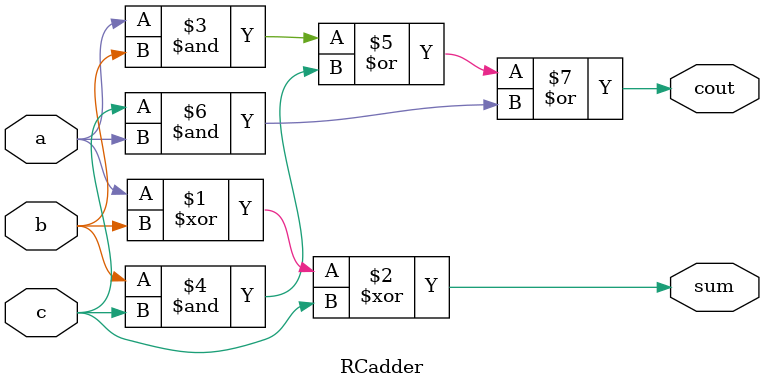
<source format=v>
`timescale 1ns / 1ps


module RCadder(sum,cout,a,b,c);
    input a, b, c;
    output sum, cout;
    
    assign sum = a ^ b ^ c;
    assign cout = (a & b) | (b & c) | (c & a);
    
endmodule

</source>
